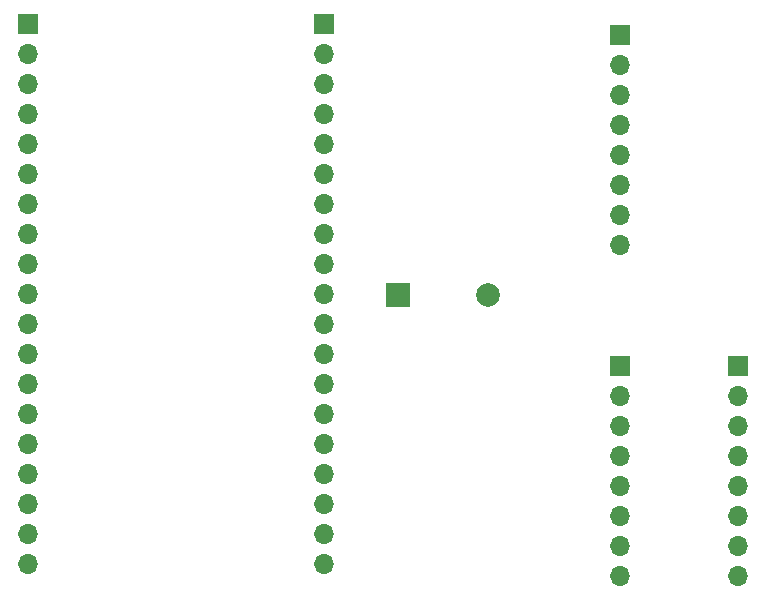
<source format=gbr>
%TF.GenerationSoftware,KiCad,Pcbnew,(6.0.7)*%
%TF.CreationDate,2022-12-05T15:03:58-06:00*%
%TF.ProjectId,oxPSB,6f785053-422e-46b6-9963-61645f706362,rev?*%
%TF.SameCoordinates,Original*%
%TF.FileFunction,Soldermask,Bot*%
%TF.FilePolarity,Negative*%
%FSLAX46Y46*%
G04 Gerber Fmt 4.6, Leading zero omitted, Abs format (unit mm)*
G04 Created by KiCad (PCBNEW (6.0.7)) date 2022-12-05 15:03:58*
%MOMM*%
%LPD*%
G01*
G04 APERTURE LIST*
%ADD10R,1.700000X1.700000*%
%ADD11O,1.700000X1.700000*%
%ADD12R,2.000000X2.000000*%
%ADD13C,2.000000*%
G04 APERTURE END LIST*
D10*
%TO.C,J5*%
X91109800Y-51917600D03*
D11*
X91109800Y-54457600D03*
X91109800Y-56997600D03*
X91109800Y-59537600D03*
X91109800Y-62077600D03*
X91109800Y-64617600D03*
X91109800Y-67157600D03*
X91109800Y-69697600D03*
%TD*%
D10*
%TO.C,J4*%
X101109800Y-79917600D03*
D11*
X101109800Y-82457600D03*
X101109800Y-84997600D03*
X101109800Y-87537600D03*
X101109800Y-90077600D03*
X101109800Y-92617600D03*
X101109800Y-95157600D03*
X101109800Y-97697600D03*
%TD*%
%TO.C,J3*%
X91109800Y-97697600D03*
X91109800Y-95157600D03*
X91109800Y-92617600D03*
X91109800Y-90077600D03*
X91109800Y-87537600D03*
X91109800Y-84997600D03*
X91109800Y-82457600D03*
D10*
X91109800Y-79917600D03*
%TD*%
%TO.C,J2*%
X66000000Y-51000000D03*
D11*
X66000000Y-53540000D03*
X66000000Y-56080000D03*
X66000000Y-58620000D03*
X66000000Y-61160000D03*
X66000000Y-63700000D03*
X66000000Y-66240000D03*
X66000000Y-68780000D03*
X66000000Y-71320000D03*
X66000000Y-73860000D03*
X66000000Y-76400000D03*
X66000000Y-78940000D03*
X66000000Y-81480000D03*
X66000000Y-84020000D03*
X66000000Y-86560000D03*
X66000000Y-89100000D03*
X66000000Y-91640000D03*
X66000000Y-94180000D03*
X66000000Y-96720000D03*
%TD*%
D10*
%TO.C,J1*%
X41000000Y-51000000D03*
D11*
X41000000Y-53540000D03*
X41000000Y-56080000D03*
X41000000Y-58620000D03*
X41000000Y-61160000D03*
X41000000Y-63700000D03*
X41000000Y-66240000D03*
X41000000Y-68780000D03*
X41000000Y-71320000D03*
X41000000Y-73860000D03*
X41000000Y-76400000D03*
X41000000Y-78940000D03*
X41000000Y-81480000D03*
X41000000Y-84020000D03*
X41000000Y-86560000D03*
X41000000Y-89100000D03*
X41000000Y-91640000D03*
X41000000Y-94180000D03*
X41000000Y-96720000D03*
%TD*%
D12*
%TO.C,BZ1*%
X72323800Y-73964800D03*
D13*
X79923800Y-73964800D03*
%TD*%
M02*

</source>
